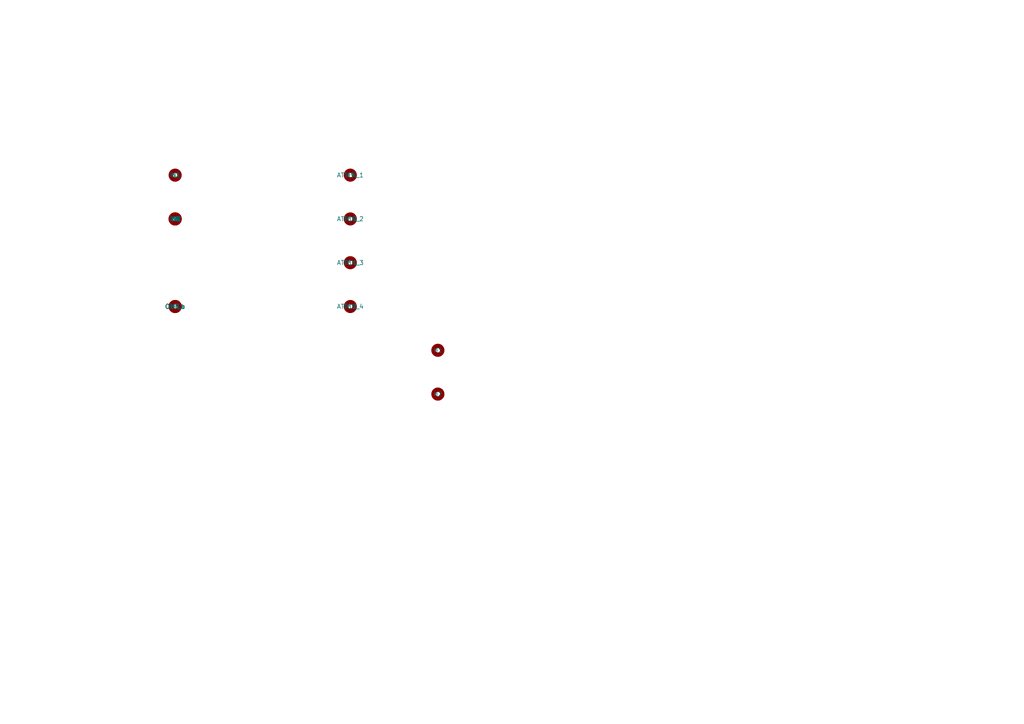
<source format=kicad_sch>
(kicad_sch (version 20211123) (generator elektron)
  (paper "A4")
  (title_block (title "cp3") (date "26-07-2023") (rev "1") (comment 1 "panel circuit") (comment 2 "Moog like discrete mixer") (comment 4 "License CC BY 4.0 - Attribution 4.0 International"))
  (lib_symbols
    (symbol "Mechanical:MountingHole" (pin_names (offset 1.016))
      (property "Reference" "H" (at 0 5.08 0))
      (property "Value" "MountingHole" (at 0 3.175 0))
      (symbol "MountingHole_0_1"
        (circle (center 0 0) (radius 1.27) (stroke (width 1.27)))
      )
    )
  )
  (symbol (lib_id "Mechanical:MountingHole") (at 127 101.6 0) (unit 1)
    (property "Reference" "H1" (at 127 101.6 0))
    (property "Footprint" "elektrophon:MountingHole_Panel_3.2mm_M3" (effects hide))
  )
  (symbol (lib_id "Mechanical:MountingHole") (at 127 114.3 0) (unit 1)
    (property "Reference" "H2" (at 127 114.3 0))
    (property "Footprint" "elektrophon:MountingHole_Panel_3.2mm_M3" (effects hide))
  )
  (symbol (lib_id "Mechanical:MountingHole") (at 50.8 50.8 0) (unit 1)
    (property "Reference" "H3" (at 50.8 50.8 0))
    (property "Value" "IN1" (at 50.8 50.8 0))
    (property "Footprint" "elektrophon:panel_jack" (effects hide))
  )
  (symbol (lib_id "Mechanical:MountingHole") (at 50.8 63.5 0) (unit 1)
    (property "Reference" "H4" (at 50.8 63.5 0))
    (property "Value" "IN2" (at 50.8 63.5 0))
    (property "Footprint" "elektrophon:panel_jack" (effects hide))
  )
  (symbol (lib_id "Mechanical:MountingHole") (at 50.8 63.5 0) (unit 1)
    (property "Reference" "H5" (at 50.8 63.5 0))
    (property "Value" "IN3" (at 50.8 63.5 0))
    (property "Footprint" "elektrophon:panel_jack" (effects hide))
  )
  (symbol (lib_id "Mechanical:MountingHole") (at 50.8 63.5 0) (unit 1)
    (property "Reference" "H6" (at 50.8 63.5 0))
    (property "Value" "IN4" (at 50.8 63.5 0))
    (property "Footprint" "elektrophon:panel_jack" (effects hide))
  )
  (symbol (lib_id "Mechanical:MountingHole") (at 50.8 88.9 0) (unit 1)
    (property "Reference" "H7" (at 50.8 88.9 0))
    (property "Value" "OUT_a" (at 50.8 88.9 0))
    (property "Footprint" "elektrophon:panel_jack" (effects hide))
  )
  (symbol (lib_id "Mechanical:MountingHole") (at 50.8 88.9 0) (unit 1)
    (property "Reference" "H8" (at 50.8 88.9 0))
    (property "Value" "OUT_b" (at 50.8 88.9 0))
    (property "Footprint" "elektrophon:panel_jack" (effects hide))
  )
  (symbol (lib_id "Mechanical:MountingHole") (at 101.6 50.8 0) (unit 1)
    (property "Reference" "H9" (at 101.6 50.8 0))
    (property "Value" "ATTEN_1" (at 101.6 50.8 0))
    (property "Footprint" "elektrophon:panel_potentiometer" (effects hide))
  )
  (symbol (lib_id "Mechanical:MountingHole") (at 101.6 63.5 0) (unit 1)
    (property "Reference" "H10" (at 101.6 63.5 0))
    (property "Value" "ATTEN_2" (at 101.6 63.5 0))
    (property "Footprint" "elektrophon:panel_potentiometer" (effects hide))
  )
  (symbol (lib_id "Mechanical:MountingHole") (at 101.6 76.2 0) (unit 1)
    (property "Reference" "H11" (at 101.6 76.2 0))
    (property "Value" "ATTEN_3" (at 101.6 76.2 0))
    (property "Footprint" "elektrophon:panel_potentiometer" (effects hide))
  )
  (symbol (lib_id "Mechanical:MountingHole") (at 101.6 88.9 0) (unit 1)
    (property "Reference" "H12" (at 101.6 88.9 0))
    (property "Value" "ATTEN_4" (at 101.6 88.9 0))
    (property "Footprint" "elektrophon:panel_potentiometer" (effects hide))
  )
)
</source>
